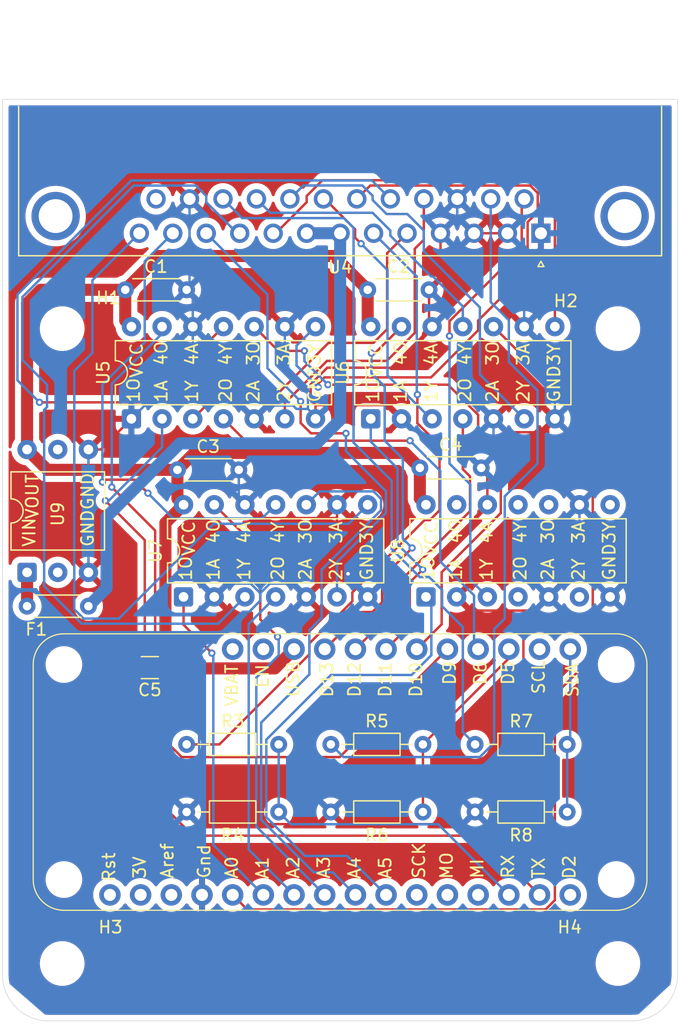
<source format=kicad_pcb>
(kicad_pcb (version 20241229) (generator "pcbnew") (generator_version "9.0")
  (layers (0 "F.Cu" signal) (2 "B.Cu" signal) (13 "F.Paste" user) (15 "B.Paste" user) (5 "F.SilkS" user "F.Silkscreen") (7 "B.SilkS" user "B.Silkscreen") (1 "F.Mask" user) (3 "B.Mask" user) (25 "Edge.Cuts" user))
  (net 0 "")
  (net 1 "/VCC_KB_5V")
  (net 2 "Net-(U9-VIN)")
  (net 3 "/CTRL")
  (net 4 "/RX")
  (net 5 "/D5")
  (net 6 "/M1_COM")
  (net 7 "/M2_COM")
  (net 8 "/SDA")
  (net 9 "/KSD")
  (net 10 "/M1_RIGHT")
  (net 11 "/M1_TRIG1")
  (net 12 "/M1_FWD")
  (net 13 "/M1_LEFT")
  (net 14 "/M1_BACK")
  (net 16 "/M1_TRIG2")
  (net 17 "/M2_TRIG2")
  (net 18 "/M2_LEFT")
  (net 19 "/M2_FWD")
  (net 20 "/M2_BACK")
  (net 21 "/M2_TRIG1")
  (net 22 "/M2_RIGHT")
  (net 23 "/D6")
  (net 24 "/D10")
  (net 25 "/TX")
  (net 26 "/D9")
  (net 27 "/A0")
  (net 28 "/D11")
  (net 29 "/D13")
  (net 30 "/D12")
  (net 31 "/A1")
  (net 32 "/A4")
  (net 33 "/A2")
  (net 34 "GND")
  (net 35 "/A3")
  (net 36 "/VCC_5V")
  (net 38 "/A5")
  (footprint "Resistor_THT:R_Axial_DIN0204_L3.6mm_D1.6mm_P7.62mm_Horizontal" (layer "F.Cu") (at 106.426 93.472 180)
    (property "Reference" "R8")
    (property "Value" "R20K")
  )
  (footprint "Resistor_THT:R_Axial_DIN0204_L3.6mm_D1.6mm_P7.62mm_Horizontal" (layer "F.Cu") (at 86.868 87.884)
    (property "Reference" "R5")
    (property "Value" "R10K")
  )
  (footprint "Local_Footprint:SN74AHCT125N DIP-14_W7.62mm" (layer "F.Cu") (at 74.676 75.687 90)
    (property "Reference" "U7")
    (property "Value" "SN74AHCT125N")
  )
  (footprint "Resistor_THT:R_Axial_DIN0204_L3.6mm_D1.6mm_P7.62mm_Horizontal" (layer "F.Cu") (at 74.93 87.884)
    (property "Reference" "R3")
    (property "Value" "R10K")
  )
  (footprint "Resistor_THT:R_Axial_DIN0204_L3.6mm_D1.6mm_P5.08mm_Horizontal" (layer "F.Cu") (at 66.802 76.454 180)
    (property "Reference" "F1")
    (property "Value" "Polyfuse")
  )
  (footprint "Resistor_THT:R_Axial_DIN0204_L3.6mm_D1.6mm_P7.62mm_Horizontal" (layer "F.Cu") (at 82.55 93.472 180)
    (property "Reference" "R4")
    (property "Value" "R20K")
  )
  (footprint "Resistor_THT:R_Axial_DIN0204_L3.6mm_D1.6mm_P5.08mm_Horizontal" (layer "F.Cu") (at 69.85 50.292)
    (property "Reference" "C1")
    (property "Value" "0.1μF")
  )
  (footprint "Local_Footprint:Pololu_DIP-6_W10.16mm" (layer "F.Cu") (at 61.722 73.66 90)
    (property "Reference" "U9")
    (property "Value" "Pololu")
  )
  (footprint "Resistor_THT:R_Axial_DIN0204_L3.6mm_D1.6mm_P5.08mm_Horizontal" (layer "F.Cu") (at 74.168 65.181)
    (property "Reference" "C3")
    (property "Value" "0.1μF")
  )
  (footprint "Resistor_THT:R_Axial_DIN0204_L3.6mm_D1.6mm_P5.08mm_Horizontal" (layer "F.Cu") (at 89.916 50.292)
    (property "Reference" "C2")
    (property "Value" "0.1μF")
  )
  (footprint "Local_Footprint:MountingHole_3.2mm_M3" (layer "F.Cu") (at 64.63 53.502)
    (property "Reference" "H1")
    (property "Value" "MountingHole")
  )
  (footprint "Resistor_THT:R_Axial_DIN0204_L3.6mm_D1.6mm_P7.62mm_Horizontal" (layer "F.Cu") (at 98.806 87.884)
    (property "Reference" "R7")
    (property "Value" "R10K")
  )
  (footprint "Local_Footprint:Adafruit Feather nRF52840 Express" (layer "F.Cu") (at 110.49 81.28)
    (property "Reference" "U10" (hide yes))
    (property "Value" "Adafruit_Feather_nRF52840_Express" (hide yes))
  )
  (footprint "Local_Footprint:MountingHole_3.2mm_M3" (layer "F.Cu") (at 110.63 53.502)
    (property "Reference" "H2")
    (property "Value" "MountingHole")
  )
  (footprint "Local_Footprint:SN74AHCT125N DIP-14_W7.62mm" (layer "F.Cu") (at 70.358 60.96 90)
    (property "Reference" "U5")
    (property "Value" "SN74AHCT125N")
  )
  (footprint "Local_Footprint:DSUB-25_Pins_Horizontal_P2.77x2.84mm_EdgePinOffset7.70mm_Housed_MountingHolesOffset9.12mm" (layer "F.Cu") (at 104.255 45.616 180)
    (property "Reference" "U4")
    (property "Value" "DSUB25_TOWNS")
  )
  (footprint "Local_Footprint:SN74AHCT125N DIP-14_W7.62mm" (layer "F.Cu") (at 94.742 75.687 90)
    (property "Reference" "U8")
    (property "Value" "SN74AHCT125N")
  )
  (footprint "Resistor_THT:R_Axial_DIN0204_L3.6mm_D1.6mm_P5.08mm_Horizontal" (layer "F.Cu") (at 94.234 65.019)
    (property "Reference" "C4")
    (property "Value" "0.1μF")
  )
  (footprint "Local_Footprint:MountingHole_3.2mm_M3" (layer "F.Cu") (at 110.63 106.002)
    (property "Reference" "H4")
    (property "Value" "MountingHole")
  )
  (footprint "Local_Footprint:MountingHole_3.2mm_M3" (layer "F.Cu") (at 64.63 106.002)
    (property "Reference" "H3")
    (property "Value" "MountingHole")
  )
  (footprint "Local_Footprint:SN74AHCT125N DIP-14_W7.62mm" (layer "F.Cu") (at 90.17 60.96 90)
    (property "Reference" "U6")
    (property "Value" "SN74AHCT125N")
  )
  (footprint "Local_Footprint:CIP_CAPACITOR_C_1206_3216Metric_Pad1.33x1.80mm_HandSolder" (layer "F.Cu") (at 71.882 81.534 180)
    (property "Reference" "C5")
    (property "Value" "10µF")
  )
  (footprint "Resistor_THT:R_Axial_DIN0204_L3.6mm_D1.6mm_P7.62mm_Horizontal" (layer "F.Cu") (at 94.488 93.472 180)
    (property "Reference" "R6")
    (property "Value" "R20K")
  )
  (gr_line (start 115.57 34.544) (end 59.69 34.544) (stroke (width 0.05)) (layer "Edge.Cuts"))
  (gr_line (start 115.57 106.934) (end 115.57 34.544) (stroke (width 0.05)) (layer "Edge.Cuts"))
  (gr_line (start 59.69 34.544) (end 59.69 106.934) (stroke (width 0.05)) (layer "Edge.Cuts"))
  (gr_arc (start 63.5 110.744) (mid 60.805923 109.628077) (end 59.69 106.934) (stroke (width 0.05)) (layer "Edge.Cuts"))
  (gr_arc (start 115.57 106.934) (mid 114.454077 109.628077) (end 111.76 110.744) (stroke (width 0.05)) (layer "Edge.Cuts"))
  (gr_line (start 111.76 110.744) (end 63.5 110.744) (stroke (width 0.05)) (layer "Edge.Cuts"))
  (segment (start 74.3757 62.992) (end 68.303 69.0647) (width 1) (layer "B.Cu") (net 1))
  (segment (start 87.635 45.616) (end 87.635 61.0457) (width 1) (layer "B.Cu") (net 1))
  (segment (start 68.303 69.0647) (end 68.303 74.953) (width 1) (layer "B.Cu") (net 1))
  (segment (start 68.303 74.953) (end 66.802 76.454) (width 1) (layer "B.Cu") (net 1))
  (segment (start 85.6887 62.992) (end 74.3757 62.992) (width 1) (layer "B.Cu") (net 1))
  (segment (start 87.635 45.616) (end 84.865 45.616) (width 1) (layer "B.Cu") (net 1))
  (segment (start 87.635 61.0457) (end 85.6887 62.992) (width 1) (layer "B.Cu") (net 1))
  (segment (start 61.722 76.454) (end 61.722 73.66) (width 1) (layer "F.Cu") (net 2))
  (segment (start 77.6425 87.884) (end 85.09 80.4365) (width 0.2) (layer "F.Cu") (net 3))
  (segment (start 88.646 76.0479) (end 88.646 75.3136) (width 0.2) (layer "F.Cu") (net 3))
  (segment (start 85.09 80.4365) (end 85.09 79.5289) (width 0.2) (layer "F.Cu") (net 3))
  (segment (start 87.4481 77.1708) (end 87.5231 77.1708) (width 0.2) (layer "F.Cu") (net 3))
  (segment (start 74.93 87.884) (end 77.6425 87.884) (width 0.2) (layer "F.Cu") (net 3))
  (segment (start 95.8612 68.5328) (end 95.8612 63.1587) (width 0.2) (layer "F.Cu") (net 3))
  (segment (start 88.646 75.3136) (end 94.6223 69.3373) (width 0.2) (layer "F.Cu") (net 3))
  (segment (start 95.8612 63.1587) (end 94.0277 61.3252) (width 0.2) (layer "F.Cu") (net 3))
  (segment (start 87.5231 77.1708) (end 88.646 76.0479) (width 0.2) (layer "F.Cu") (net 3))
  (segment (start 85.09 79.5289) (end 87.4481 77.1708) (width 0.2) (layer "F.Cu") (net 3))
  (segment (start 95.0567 69.3373) (end 95.8612 68.5328) (width 0.2) (layer "F.Cu") (net 3))
  (segment (start 94.0277 61.3252) (end 94.0277 58.9587) (width 0.2) (layer "F.Cu") (net 3))
  (segment (start 94.6223 69.3373) (end 95.0567 69.3373) (width 0.2) (layer "F.Cu") (net 3))
  (via (at 94.0277 58.9587) (size 0.6) (drill 0.3) (layers "F.Cu" "B.Cu") (net 3))
  (segment (start 93.98 49.191) (end 93.98 58.911) (width 0.2) (layer "B.Cu") (net 3))
  (segment (start 93.98 58.911) (end 94.0277 58.9587) (width 0.2) (layer "B.Cu") (net 3))
  (segment (start 90.405 45.616) (end 93.98 49.191) (width 0.2) (layer "B.Cu") (net 3))
  (segment (start 82.55 87.884) (end 82.55 93.472) (width 0.2) (layer "B.Cu") (net 4))
  (segment (start 101.6 100.33) (end 95.7557 94.4857) (width 0.2) (layer "B.Cu") (net 4))
  (segment (start 95.7557 94.4857) (end 83.5637 94.4857) (width 0.2) (layer "B.Cu") (net 4))
  (segment (start 83.5637 94.4857) (end 82.55 93.472) (width 0.2) (layer "B.Cu") (net 4))
  (segment (start 94.488 93.472) (end 94.488 87.884) (width 0.2) (layer "F.Cu") (net 5))
  (segment (start 94.488 87.884) (end 101.6 80.772) (width 0.2) (layer "F.Cu") (net 5))
  (segment (start 101.6 80.772) (end 101.6 80.01) (width 0.2) (layer "F.Cu") (net 5))
  (segment (start 100.3882 78.353) (end 100.3882 87.7412) (width 0.2) (layer "B.Cu") (net 6))
  (segment (start 101.5985 52.8085) (end 101.5985 56.2495) (width 0.2) (layer "B.Cu") (net 6))
  (segment (start 100.3882 87.7412) (end 99.1977 88.9317) (width 0.2) (layer "B.Cu") (net 6))
  (segment (start 101.2589 67.3701) (end 101.2589 77.4823) (width 0.2) (layer "B.Cu") (net 6))
  (segment (start 100.1 42.776) (end 100.1 51.31) (width 0.2) (layer "B.Cu") (net 6))
  (segment (start 101.2589 77.4823) (end 100.3882 78.353) (width 0.2) (layer "B.Cu") (net 6))
  (segment (start 103.9747 58.6257) (end 103.9747 64.6543) (width 0.2) (layer "B.Cu") (net 6))
  (segment (start 87.9157 88.9317) (end 86.868 87.884) (width 0.2) (layer "B.Cu") (net 6))
  (segment (start 99.1977 88.9317) (end 87.9157 88.9317) (width 0.2) (layer "B.Cu") (net 6))
  (segment (start 103.9747 64.6543) (end 101.2589 67.3701) (width 0.2) (layer "B.Cu") (net 6))
  (segment (start 100.1 51.31) (end 101.5985 52.8085) (width 0.2) (layer "B.Cu") (net 6))
  (segment (start 101.5985 56.2495) (end 103.9747 58.6257) (width 0.2) (layer "B.Cu") (net 6))
  (segment (start 88.7464 62.9292) (end 91.9041 66.0869) (width 0.2) (layer "B.Cu") (net 7))
  (segment (start 91.9041 66.0869) (end 91.9041 71.7239) (width 0.2) (layer "B.Cu") (net 7))
  (segment (start 96.076 76.4604) (end 97.79 78.1744) (width 0.2) (layer "B.Cu") (net 7))
  (segment (start 77.94 42.776) (end 79.5268 44.3628) (width 0.2) (layer "B.Cu") (net 7))
  (segment (start 97.79 78.1744) (end 97.79 86.868) (width 0.2) (layer "B.Cu") (net 7))
  (segment (start 87.94 44.3628) (end 88.7464 45.1692) (width 0.2) (layer "B.Cu") (net 7))
  (segment (start 79.5268 44.3628) (end 87.94 44.3628) (width 0.2) (layer "B.Cu") (net 7))
  (segment (start 97.79 86.868) (end 98.806 87.884) (width 0.2) (layer "B.Cu") (net 7))
  (segment (start 88.7464 45.1692) (end 88.7464 62.9292) (width 0.2) (layer "B.Cu") (net 7))
  (segment (start 91.9041 71.7239) (end 94.2284 74.0482) (width 0.2) (layer "B.Cu") (net 7))
  (segment (start 94.2284 74.0482) (end 95.009 74.0482) (width 0.2) (layer "B.Cu") (net 7))
  (segment (start 96.076 75.1152) (end 96.076 76.4604) (width 0.2) (layer "B.Cu") (net 7))
  (segment (start 95.009 74.0482) (end 96.076 75.1152) (width 0.2) (layer "B.Cu") (net 7))
  (segment (start 106.68 87.63) (end 106.68 80.01) (width 0.2) (layer "B.Cu") (net 8))
  (segment (start 106.426 87.884) (end 106.426 93.472) (width 0.2) (layer "B.Cu") (net 8))
  (segment (start 106.426 87.884) (end 106.68 87.63) (width 0.2) (layer "B.Cu") (net 8))
  (segment (start 91.5249 53.5485) (end 90.3928 54.6806) (width 0.2) (layer "F.Cu") (net 9))
  (segment (start 82.2536 59.0986) (end 77.2994 59.0986) (width 0.2) (layer "F.Cu") (net 9))
  (segment (start 91.5249 47.2661) (end 91.5249 53.5485) (width 0.2) (layer "F.Cu") (net 9))
  (segment (start 86.6716 54.6806) (end 82.2536 59.0986) (width 0.2) (layer "F.Cu") (net 9))
  (segment (start 93.175 45.616) (end 91.5249 47.2661) (width 0.2) (layer "F.Cu") (net 9))
  (segment (start 90.3928 54.6806) (end 86.6716 54.6806) (width 0.2) (layer "F.Cu") (net 9))
  (segment (start 77.2994 59.0986) (end 75.438 60.96) (width 0.2) (layer "F.Cu") (net 9))
  (segment (start 71.7244 67.1094) (end 70.61 65.995) (width 0.2) (layer "F.Cu") (net 10))
  (segment (start 68.1555 65.995) (end 67.9578 66.1927) (width 0.2) (layer "F.Cu") (net 10))
  (segment (start 70.61 65.995) (end 68.1555 65.995) (width 0.2) (layer "F.Cu") (net 10))
  (via (at 67.9578 66.1927) (size 0.6) (drill 0.3) (layers "F.Cu" "B.Cu") (net 10))
  (via (at 71.7244 67.1094) (size 0.6) (drill 0.3) (layers "F.Cu" "B.Cu") (net 10))
  (segment (start 71.4597 54.6369) (end 67.9578 58.1388) (width 0.2) (layer "B.Cu") (net 10))
  (segment (start 73.8181 69.2031) (end 71.7244 67.1094) (width 0.2) (layer "B.Cu") (net 10))
  (segment (start 71.4597 47.9413) (end 71.4597 54.6369) (width 0.2) (layer "B.Cu") (net 10))
  (segment (start 67.9578 58.1388) (end 67.9578 66.1927) (width 0.2) (layer "B.Cu") (net 10))
  (segment (start 81.1599 69.2031) (end 73.8181 69.2031) (width 0.2) (layer "B.Cu") (net 10))
  (segment (start 73.785 45.616) (end 71.4597 47.9413) (width 0.2) (layer "B.Cu") (net 10))
  (segment (start 82.296 68.067) (end 81.1599 69.2031) (width 0.2) (layer "B.Cu") (net 10))
  (segment (start 69.3283 77.479) (end 66.3966 77.479) (width 0.2) (layer "B.Cu") (net 11))
  (segment (start 67.1295 49.5015) (end 71.015 45.616) (width 0.2) (layer "B.Cu") (net 11))
  (segment (start 65.63 76.7124) (end 65.63 57.002) (width 0.2) (layer "B.Cu") (net 11))
  (segment (start 67.13 54.0642) (end 67.1295 54.0637) (width 0.2) (layer "B.Cu") (net 11))
  (segment (start 77.1666 69.6407) (end 69.3283 77.479) (width 0.2) (layer "B.Cu") (net 11))
  (segment (start 67.13 55.502) (end 67.13 54.0642) (width 0.2) (layer "B.Cu") (net 11))
  (segment (start 67.1295 54.0637) (end 67.1295 49.5015) (width 0.2) (layer "B.Cu") (net 11))
  (segment (start 66.3966 77.479) (end 65.63 76.7124) (width 0.2) (layer "B.Cu") (net 11))
  (segment (start 89.916 68.067) (end 88.3423 69.6407) (width 0.2) (layer "B.Cu") (net 11))
  (segment (start 88.3423 69.6407) (end 77.1666 69.6407) (width 0.2) (layer "B.Cu") (net 11))
  (segment (start 65.63 57.002) (end 67.13 55.502) (width 0.2) (layer "B.Cu") (net 11))
  (segment (start 84.8651 42.5346) (end 86.1652 41.2345) (width 0.2) (layer "F.Cu") (net 12))
  (segment (start 84.8651 43.0498) (end 84.8651 42.5346) (width 0.2) (layer "F.Cu") (net 12))
  (segment (start 86.1652 41.2345) (end 103.5414 41.2345) (width 0.2) (layer "F.Cu") (net 12))
  (segment (start 82.095 45.616) (end 82.2989 45.616) (width 0.2) (layer "F.Cu") (net 12))
  (segment (start 82.2989 45.616) (end 84.8651 43.0498) (width 0.2) (layer "F.Cu") (net 12))
  (segment (start 103.5414 41.2345) (end 105.41 43.1031) (width 0.2) (layer "F.Cu") (net 12))
  (segment (start 105.41 43.1031) (end 105.41 53.34) (width 0.2) (layer "F.Cu") (net 12))
  (segment (start 85.2216 62.1598) (end 88.1144 62.1598) (width 0.2) (layer "F.Cu") (net 13))
  (segment (start 84.3657 59.5216) (end 84.3657 61.3039) (width 0.2) (layer "F.Cu") (net 13))
  (segment (start 84.3657 61.3039) (end 85.2216 62.1598) (width 0.2) (layer "F.Cu") (net 13))
  (via (at 84.3657 59.5216) (size 0.6) (drill 0.3) (layers "F.Cu" "B.Cu") (net 13))
  (via (at 88.1144 62.1598) (size 0.6) (drill 0.3) (layers "F.Cu" "B.Cu") (net 13))
  (segment (start 81.6197 56.7756) (end 84.3657 59.5216) (width 0.2) (layer "B.Cu") (net 13))
  (segment (start 91.4276 66.9451) (end 88.1144 63.6319) (width 0.2) (layer "B.Cu") (net 13))
  (segment (start 76.555 45.616) (end 81.6197 50.6807) (width 0.2) (layer "B.Cu") (net 13))
  (segment (start 87.376 75.687) (end 87.376 72.7969) (width 0.2) (layer "B.Cu") (net 13))
  (segment (start 91.4276 68.7453) (end 91.4276 66.9451) (width 0.2) (layer "B.Cu") (net 13))
  (segment (start 87.376 72.7969) (end 91.4276 68.7453) (width 0.2) (layer "B.Cu") (net 13))
  (segment (start 88.1144 63.6319) (end 88.1144 62.1598) (width 0.2) (layer "B.Cu") (net 13))
  (segment (start 81.6197 50.6807) (end 81.6197 56.7756) (width 0.2) (layer "B.Cu") (net 13))
  (segment (start 63.3747 59.9858) (end 63.1357 60.2248) (width 0.2) (layer "B.Cu") (net 14))
  (segment (start 76.5551 43.05) (end 76.5551 42.5347) (width 0.2) (layer "B.Cu") (net 14))
  (segment (start 66.2401 77.904) (end 77.539 77.904) (width 0.2) (layer "B.Cu") (net 14))
  (segment (start 79.1211 45.616) (end 76.5551 43.05) (width 0.2) (layer "B.Cu") (net 14))
  (segment (start 70.5522 41.6706) (end 61.3383 50.8845) (width 0.2) (layer "B.Cu") (net 14))
  (segment (start 77.539 77.904) (end 79.756 75.687) (width 0.2) (layer "B.Cu") (net 14))
  (segment (start 75.691 41.6706) (end 70.5522 41.6706) (width 0.2) (layer "B.Cu") (net 14))
  (segment (start 61.3383 50.8845) (end 61.3383 56.1048) (width 0.2) (layer "B.Cu") (net 14))
  (segment (start 63.3747 58.1412) (end 63.3747 59.9858) (width 0.2) (layer "B.Cu") (net 14))
  (segment (start 63.1357 60.2248) (end 63.1357 74.7996) (width 0.2) (layer "B.Cu") (net 14))
  (segment (start 63.1357 74.7996) (end 66.2401 77.904) (width 0.2) (layer "B.Cu") (net 14))
  (segment (start 79.325 45.616) (end 79.1211 45.616) (width 0.2) (layer "B.Cu") (net 14))
  (segment (start 76.5551 42.5347) (end 75.691 41.6706) (width 0.2) (layer "B.Cu") (net 14))
  (segment (start 61.3383 56.1048) (end 63.3747 58.1412) (width 0.2) (layer "B.Cu") (net 14))
  (segment (start 102.6661 42.9799) (end 102.6661 46.9059) (width 0.2) (layer "F.Cu") (net 16))
  (segment (start 102.87 42.776) (end 102.6661 42.9799) (width 0.2) (layer "F.Cu") (net 16))
  (segment (start 96.6883 52.8837) (end 96.6883 54.11) (width 0.2) (layer "F.Cu") (net 16))
  (segment (start 102.6661 46.9059) (end 96.6883 52.8837) (width 0.2) (layer "F.Cu") (net 16))
  (via (at 96.6883 54.11) (size 0.6) (drill 0.3) (layers "F.Cu" "B.Cu") (net 16))
  (segment (start 98.4105 74.2755) (end 98.4105 66.3845) (width 0.2) (layer "B.Cu") (net 16))
  (segment (start 96.6883 64.6623) (end 96.6883 54.11) (width 0.2) (layer "B.Cu") (net 16))
  (segment (start 99.822 75.687) (end 98.4105 74.2755) (width 0.2) (layer "B.Cu") (net 16))
  (segment (start 98.4105 66.3845) (end 96.6883 64.6623) (width 0.2) (layer "B.Cu") (net 16))
  (segment (start 91.79 45.8131) (end 91.79 45.3906) (width 0.2) (layer "B.Cu") (net 17))
  (segment (start 91.79 45.3906) (end 90.3231 43.9237) (width 0.2) (layer "B.Cu") (net 17))
  (segment (start 97.79 51.6642) (end 95.2958 49.17) (width 0.2) (layer "B.Cu") (net 17))
  (segment (start 97.79 53.34) (end 97.79 51.6642) (width 0.2) (layer "B.Cu") (net 17))
  (segment (start 90.3231 43.9237) (end 81.8577 43.9237) (width 0.2) (layer "B.Cu") (net 17))
  (segment (start 95.1469 49.17) (end 91.79 45.8131) (width 0.2) (layer "B.Cu") (net 17))
  (segment (start 81.8577 43.9237) (end 80.71 42.776) (width 0.2) (layer "B.Cu") (net 17))
  (segment (start 95.2958 49.17) (end 95.1469 49.17) (width 0.2) (layer "B.Cu") (net 17))
  (segment (start 95.1627 57.5362) (end 86.3384 57.5362) (width 0.2) (layer "F.Cu") (net 18))
  (segment (start 85.8171 58.0575) (end 85.8171 58.3407) (width 0.2) (layer "F.Cu") (net 18))
  (segment (start 90.1281 41.6679) (end 103.373 41.6679) (width 0.2) (layer "F.Cu") (net 18))
  (segment (start 86.3384 57.5362) (end 85.8171 58.0575) (width 0.2) (layer "F.Cu") (net 18))
  (segment (start 89.02 42.776) (end 90.1281 41.6679) (width 0.2) (layer "F.Cu") (net 18))
  (segment (start 103.9915 43.8528) (end 103.1533 44.691) (width 0.2) (layer "F.Cu") (net 18))
  (segment (start 103.1533 48.7423) (end 99.06 52.8356) (width 0.2) (layer "F.Cu") (net 18))
  (segment (start 103.373 41.6679) (end 103.9915 42.2864) (width 0.2) (layer "F.Cu") (net 18))
  (segment (start 99.06 52.8356) (end 99.06 53.6389) (width 0.2) (layer "F.Cu") (net 18))
  (segment (start 103.9915 42.2864) (end 103.9915 43.8528) (width 0.2) (layer "F.Cu") (net 18))
  (segment (start 99.06 53.6389) (end 95.1627 57.5362) (width 0.2) (layer "F.Cu") (net 18))
  (segment (start 103.1533 44.691) (end 103.1533 48.7423) (width 0.2) (layer "F.Cu") (net 18))
  (via (at 85.8171 58.3407) (size 0.6) (drill 0.3) (layers "F.Cu" "B.Cu") (net 18))
  (segment (start 84.0253 56.5489) (end 85.8171 58.3407) (width 0.2) (layer "B.Cu") (net 18))
  (segment (start 85.598 53.34) (end 84.0253 54.9127) (width 0.2) (layer "B.Cu") (net 18))
  (segment (start 84.0253 54.9127) (end 84.0253 56.5489) (width 0.2) (layer "B.Cu") (net 18))
  (segment (start 93.8117 46.9003) (end 93.8117 53.8558) (width 0.2) (layer "F.Cu") (net 19))
  (segment (start 91.4997 56.1678) (end 86.5513 56.1678) (width 0.2) (layer "F.Cu") (net 19))
  (segment (start 94.56 46.152) (end 93.8117 46.9003) (width 0.2) (layer "F.Cu") (net 19))
  (segment (start 93.8117 53.8558) (end 91.4997 56.1678) (width 0.2) (layer "F.Cu") (net 19))
  (segment (start 83.058 59.6611) (end 83.058 60.96) (width 0.2) (layer "F.Cu") (net 19))
  (segment (start 86.5513 56.1678) (end 83.058 59.6611) (width 0.2) (layer "F.Cu") (net 19))
  (segment (start 94.56 42.776) (end 94.56 46.152) (width 0.2) (layer "F.Cu") (net 19))
  (segment (start 62.7488 59.5985) (end 71.7195 59.5985) (width 0.2) (layer "F.Cu") (net 20))
  (segment (start 71.7195 59.5985) (end 77.978 53.34) (width 0.2) (layer "F.Cu") (net 20))
  (via (at 62.7488 59.5985) (size 0.6) (drill 0.3) (layers "F.Cu" "B.Cu") (net 20))
  (segment (start 91.79 42.776) (end 90.263 41.249) (width 0.2) (layer "B.Cu") (net 20))
  (segment (start 60.925 57.7747) (end 62.7488 59.5985) (width 0.2) (layer "B.Cu") (net 20))
  (segment (start 70.3534 41.249) (end 60.925 50.6774) (width 0.2) (layer "B.Cu") (net 20))
  (segment (start 90.263 41.249) (end 70.3534 41.249) (width 0.2) (layer "B.Cu") (net 20))
  (segment (start 60.925 50.6774) (end 60.925 57.7747) (width 0.2) (layer "B.Cu") (net 20))
  (segment (start 89.4721 41.6652) (end 90.3258 42.5189) (width 0.2) (layer "B.Cu") (net 21))
  (segment (start 83.48 42.776) (end 84.5908 41.6652) (width 0.2) (layer "B.Cu") (net 21))
  (segment (start 94.5601 47.1023) (end 99.2016 51.7438) (width 0.2) (layer "B.Cu") (net 21))
  (segment (start 93.1997 44.0265) (end 94.5601 45.3869) (width 0.2) (layer "B.Cu") (net 21))
  (segment (start 91.4815 44.0265) (end 93.1997 44.0265) (width 0.2) (layer "B.Cu") (net 21))
  (segment (start 94.5601 45.3869) (end 94.5601 47.1023) (width 0.2) (layer "B.Cu") (net 21))
  (segment (start 90.3258 42.5189) (end 90.3258 42.8708) (width 0.2) (layer "B.Cu") (net 21))
  (segment (start 90.3258 42.8708) (end 91.4815 44.0265) (width 0.2) (layer "B.Cu") (net 21))
  (segment (start 99.2016 51.7438) (end 99.2016 57.2916) (width 0.2) (layer "B.Cu") (net 21))
  (segment (start 84.5908 41.6652) (end 89.4721 41.6652) (width 0.2) (layer "B.Cu") (net 21))
  (segment (start 99.2016 57.2916) (end 102.87 60.96) (width 0.2) (layer "B.Cu") (net 21))
  (segment (start 86.25 42.776) (end 86.3636 42.776) (width 0.2) (layer "F.Cu") (net 22))
  (segment (start 86.3636 42.776) (end 88.8776 45.29) (width 0.2) (layer "F.Cu") (net 22))
  (segment (start 88.8776 45.9857) (end 89.3703 46.4784) (width 0.2) (layer "F.Cu") (net 22))
  (segment (start 88.8776 45.29) (end 88.8776 45.9857) (width 0.2) (layer "F.Cu") (net 22))
  (via (at 89.3703 46.4784) (size 0.6) (drill 0.3) (layers "F.Cu" "B.Cu") (net 22))
  (segment (start 95.25 60.96) (end 95.1447 60.96) (width 0.2) (layer "B.Cu") (net 22))
  (segment (start 91.5578 57.3731) (end 91.5578 48.6659) (width 0.2) (layer "B.Cu") (net 22))
  (segment (start 95.1447 60.96) (end 91.5578 57.3731) (width 0.2) (layer "B.Cu") (net 22))
  (segment (start 91.5578 48.6659) (end 89.3703 46.4784) (width 0.2) (layer "B.Cu") (net 22))
  (segment (start 79.7884 62.7704) (end 93.4196 62.7704) (width 0.2) (layer "F.Cu") (net 23))
  (segment (start 77.978 60.96) (end 79.7884 62.7704) (width 0.2) (layer "F.Cu") (net 23))
  (via (at 93.4196 62.7704) (size 0.6) (drill 0.3) (layers "F.Cu" "B.Cu") (net 23))
  (segment (start 95.924 72.7642) (end 95.924 65.2748) (width 0.2) (layer "B.Cu") (net 23))
  (segment (start 98.7203 79.6703) (end 98.7203 75.5605) (width 0.2) (layer "B.Cu") (net 23))
  (segment (start 99.06 80.01) (end 98.7203 79.6703) (width 0.2) (layer "B.Cu") (net 23))
  (segment (start 98.7203 75.5605) (end 95.924 72.7642) (width 0.2) (layer "B.Cu") (net 23))
  (segment (start 95.924 65.2748) (end 93.4196 62.7704) (width 0.2) (layer "B.Cu") (net 23))
  (segment (start 100.9346 64.4806) (end 99.06 62.606) (width 0.2) (layer "F.Cu") (net 24))
  (segment (start 96.039 77.951) (end 96.039 73.65) (width 0.2) (layer "F.Cu") (net 24))
  (segment (start 99.06 60.6356) (end 96.5623 58.1379) (width 0.2) (layer "F.Cu") (net 24))
  (segment (start 99.06 62.606) (end 99.06 60.6356) (width 0.2) (layer "F.Cu") (net 24))
  (segment (start 96.039 73.65) (end 100.9346 68.7544) (width 0.2) (layer "F.Cu") (net 24))
  (segment (start 96.5623 58.1379) (end 86.626 58.1379) (width 0.2) (layer "F.Cu") (net 24))
  (segment (start 100.9346 68.7544) (end 100.9346 64.4806) (width 0.2) (layer "F.Cu") (net 24))
  (segment (start 93.98 80.01) (end 96.039 77.951) (width 0.2) (layer "F.Cu") (net 24))
  (segment (start 84.6786 55.3416) (end 82.5196 55.3416) (width 0.2) (layer "F.Cu") (net 24))
  (segment (start 82.5196 55.3416) (end 80.518 53.34) (width 0.2) (layer "F.Cu") (net 24))
  (via (at 84.6786 55.3416) (size 0.6) (drill 0.3) (layers "F.Cu" "B.Cu") (net 24))
  (via (at 86.626 58.1379) (size 0.6) (drill 0.3) (layers "F.Cu" "B.Cu") (net 24))
  (segment (start 84.6786 55.3416) (end 84.6786 56.1905) (width 0.2) (layer "B.Cu") (net 24))
  (segment (start 84.6786 56.1905) (end 86.626 58.1379) (width 0.2) (layer "B.Cu") (net 24))
  (segment (start 71.4634 70.9905) (end 68.2047 67.7318) (width 0.2) (layer "F.Cu") (net 25))
  (segment (start 99.2412 95.4312) (end 75.4493 95.4312) (width 0.2) (layer "F.Cu") (net 25))
  (segment (start 104.14 100.33) (end 99.2412 95.4312) (width 0.2) (layer "F.Cu") (net 25))
  (segment (start 75.4493 95.4312) (end 71.4634 91.4453) (width 0.2) (layer "F.Cu") (net 25))
  (segment (start 71.4634 91.4453) (end 71.4634 70.9905) (width 0.2) (layer "F.Cu") (net 25))
  (via (at 68.2047 67.7318) (size 0.6) (drill 0.3) (layers "F.Cu" "B.Cu") (net 25))
  (segment (start 68.2047 67.7318) (end 68.4827 67.7318) (width 0.2) (layer "B.Cu") (net 25))
  (segment (start 68.4827 67.7318) (end 72.898 63.3165) (width 0.2) (layer "B.Cu") (net 25))
  (segment (start 72.898 63.3165) (end 72.898 60.96) (width 0.2) (layer "B.Cu") (net 25))
  (segment (start 72.3241 86.7344) (end 72.3241 70.2012) (width 0.2) (layer "F.Cu") (net 26))
  (segment (start 87.5975 88.9325) (end 74.5222 88.9325) (width 0.2) (layer "F.Cu") (net 26))
  (segment (start 72.3241 70.2012) (end 68.7335 66.6106) (width 0.2) (layer "F.Cu") (net 26))
  (segment (start 74.5222 88.9325) (end 72.3241 86.7344) (width 0.2) (layer "F.Cu") (net 26))
  (segment (start 96.52 80.01) (end 87.5975 88.9325) (width 0.2) (layer "F.Cu") (net 26))
  (via (at 68.7335 66.6106) (size 0.6) (drill 0.3) (layers "F.Cu" "B.Cu") (net 26))
  (segment (start 68.7335 58.0724) (end 68.7335 66.6106) (width 0.2) (layer "B.Cu") (net 26))
  (segment (start 72.898 53.34) (end 72.898 53.9079) (width 0.2) (layer "B.Cu") (net 26))
  (segment (start 72.898 53.9079) (end 68.7335 58.0724) (width 0.2) (layer "B.Cu") (net 26))
  (segment (start 104.6351 101.5365) (end 105.41 100.7616) (width 0.2) (layer "F.Cu") (net 27))
  (segment (start 105.41 100.7616) (end 105.41 83.7837) (width 0.2) (layer "F.Cu") (net 27))
  (segment (start 108.5465 80.6472) (end 108.5465 61.5565) (width 0.2) (layer "F.Cu") (net 27))
  (segment (start 79.9465 101.5365) (end 104.6351 101.5365) (width 0.2) (layer "F.Cu") (net 27))
  (segment (start 108.5465 61.5565) (end 100.33 53.34) (width 0.2) (layer "F.Cu") (net 27))
  (segment (start 105.41 83.7837) (end 108.5465 80.6472) (width 0.2) (layer "F.Cu") (net 27))
  (segment (start 78.74 100.33) (end 79.9465 101.5365) (width 0.2) (layer "F.Cu") (net 27))
  (segment (start 93.3997 78.0503) (end 93.3997 74.4895) (width 0.2) (layer "F.Cu") (net 28))
  (segment (start 91.44 80.01) (end 93.3997 78.0503) (width 0.2) (layer "F.Cu") (net 28))
  (segment (start 93.3997 74.4895) (end 94.4698 73.4194) (width 0.2) (layer "F.Cu") (net 28))
  (via (at 94.4698 73.4194) (size 0.6) (drill 0.3) (layers "F.Cu" "B.Cu") (net 28))
  (segment (start 92.3835 71.3331) (end 94.4698 73.4194) (width 0.2) (layer "B.Cu") (net 28))
  (segment (start 90.17 62.8506) (end 92.3835 65.0641) (width 0.2) (layer "B.Cu") (net 28))
  (segment (start 92.3835 65.0641) (end 92.3835 71.3331) (width 0.2) (layer "B.Cu") (net 28))
  (segment (start 90.17 60.96) (end 90.17 62.8506) (width 0.2) (layer "B.Cu") (net 28))
  (segment (start 93.592 71.6404) (end 91.1092 74.1232) (width 0.2) (layer "F.Cu") (net 29))
  (segment (start 91.1092 74.1232) (end 91.1092 76.1247) (width 0.2) (layer "F.Cu") (net 29))
  (segment (start 90.2984 76.9355) (end 89.4345 76.9355) (width 0.2) (layer "F.Cu") (net 29))
  (segment (start 91.1092 76.1247) (end 90.2984 76.9355) (width 0.2) (layer "F.Cu") (net 29))
  (segment (start 89.4345 76.9355) (end 86.36 80.01) (width 0.2) (layer "F.Cu") (net 29))
  (segment (start 92.71 53.34) (end 90.5168 55.5332) (width 0.2) (layer "F.Cu") (net 29))
  (segment (start 90.5168 55.5332) (end 90.223 55.5332) (width 0.2) (layer "F.Cu") (net 29))
  (via (at 93.592 71.6404) (size 0.6) (drill 0.3) (layers "F.Cu" "B.Cu") (net 29))
  (via (at 90.223 55.5332) (size 0.6) (drill 0.3) (layers "F.Cu" "B.Cu") (net 29))
  (segment (start 91.323 62.7674) (end 91.323 58.3002) (width 0.2) (layer "B.Cu") (net 29))
  (segment (start 93.592 71.6404) (end 92.8194 70.8678) (width 0.2) (layer "B.Cu") (net 29))
  (segment (start 90.223 57.2002) (end 90.223 55.5332) (width 0.2) (layer "B.Cu") (net 29))
  (segment (start 92.8194 64.2638) (end 91.323 62.7674) (width 0.2) (layer "B.Cu") (net 29))
  (segment (start 91.323 58.3002) (end 90.223 57.2002) (width 0.2) (layer "B.Cu") (net 29))
  (segment (start 92.8194 70.8678) (end 92.8194 64.2638) (width 0.2) (layer "B.Cu") (net 29))
  (segment (start 98.3837 68.603) (end 98.3837 65.7223) (width 0.2) (layer "F.Cu") (net 30))
  (segment (start 97.79 65.1286) (end 97.79 60.96) (width 0.2) (layer "F.Cu") (net 30))
  (segment (start 88.9 80.01) (end 92.5474 76.3626) (width 0.2) (layer "F.Cu") (net 30))
  (segment (start 92.5474 74.4393) (end 98.3837 68.603) (width 0.2) (layer "F.Cu") (net 30))
  (segment (start 98.3837 65.7223) (end 97.79 65.1286) (width 0.2) (layer "F.Cu") (net 30))
  (segment (start 92.5474 76.3626) (end 92.5474 74.4393) (width 0.2) (layer "F.Cu") (net 30))
  (segment (start 74.676 75.687) (end 74.676 77.993) (width 0.2) (layer "F.Cu") (net 31))
  (segment (start 74.676 77.993) (end 77.0194 80.3364) (width 0.2) (layer "F.Cu") (net 31))
  (via (at 77.0194 80.3364) (size 0.6) (drill 0.3) (layers "F.Cu" "B.Cu") (net 31))
  (segment (start 77.1383 80.4552) (end 77.1383 96.1883) (width 0.2) (layer "B.Cu") (net 31))
  (segment (start 77.1383 96.1883) (end 81.28 100.33) (width 0.2) (layer "B.Cu") (net 31))
  (segment (start 77.1382 80.4552) (end 77.1383 80.4552) (width 0.2) (layer "B.Cu") (net 31))
  (segment (start 77.0194 80.3364) (end 77.1382 80.4552) (width 0.2) (layer "B.Cu") (net 31))
  (segment (start 91.0211 68.52) (end 91.0211 67.5778) (width 0.2) (layer "B.Cu") (net 32))
  (segment (start 81.1006 86.0812) (end 85.0899 82.0919) (width 0.2) (layer "B.Cu") (net 32))
  (segment (start 86.106 77.3974) (end 86.106 73.4351) (width 0.2) (layer "B.Cu") (net 32))
  (segment (start 85.4535 98.4662) (end 81.1006 94.1133) (width 0.2) (layer "B.Cu") (net 32))
  (segment (start 87.0362 98.4662) (end 85.4535 98.4662) (width 0.2) (layer "B.Cu") (net 32))
  (segment (start 88.9 100.33) (end 87.0362 98.4662) (width 0.2) (layer "B.Cu") (net 32))
  (segment (start 91.0211 67.5778) (end 90.4065 66.9632) (width 0.2) (layer "B.Cu") (net 32))
  (segment (start 81.1006 94.1133) (end 81.1006 86.0812) (width 0.2) (layer "B.Cu") (net 32))
  (segment (start 90.4065 66.9632) (end 85.9398 66.9632) (width 0.2) (layer "B.Cu") (net 32))
  (segment (start 85.0899 78.4135) (end 86.106 77.3974) (width 0.2) (layer "B.Cu") (net 32))
  (segment (start 85.9398 66.9632) (end 84.836 68.067) (width 0.2) (layer "B.Cu") (net 32))
  (segment (start 85.0899 82.0919) (end 85.0899 78.4135) (width 0.2) (layer "B.Cu") (net 32))
  (segment (start 86.106 73.4351) (end 91.0211 68.52) (width 0.2) (layer "B.Cu") (net 32))
  (segment (start 80.068 96.578) (end 80.068 77.915) (width 0.2) (layer "B.Cu") (net 33))
  (segment (start 83.82 100.33) (end 80.068 96.578) (width 0.2) (layer "B.Cu") (net 33))
  (segment (start 80.068 77.915) (end 82.296 75.687) (width 0.2) (layer "B.Cu") (net 33))
  (segment (start 104.8548 61.5152) (end 104.8548 62.0704) (width 0.2) (layer "F.Cu") (net 34))
  (segment (start 83.82 52.578) (end 83.058 53.34) (width 0.2) (layer "F.Cu") (net 34))
  (segment (start 86.868 93.472) (end 85.8646 94.4754) (width 0.2) (layer "F.Cu") (net 34))
  (segment (start 99.822 65.527) (end 99.822 68.067) (width 0.2) (layer "F.Cu") (net 34))
  (segment (start 87.376 69.1687) (end 87.376 68.067) (width 0.2) (layer "F.Cu") (net 34))
  (segment (start 101.4404 62.0704) (end 100.33 60.96) (width 0.2) (layer "F.Cu") (net 34))
  (segment (start 87.376 73.147) (end 87.6628 73.147) (width 0.2) (layer "F.Cu") (net 34))
  (segment (start 97.7998 94.4782) (end 98.806 93.472) (width 0.2) (layer "F.Cu") (net 34))
  (segment (start 104.8548 62.0704) (end 101.4404 62.0704) (width 0.2) (layer "F.Cu") (net 34))
  (segment (start 94.996 53.086) (end 94.996 50.292) (width 0.2) (layer "F.Cu") (net 34))
  (segment (start 95.25 53.34) (end 94.996 53.086) (width 0.2) (layer "F.Cu") (net 34))
  (segment (start 102.8065 76.8204) (end 102.8065 89.4715) (width 0.2) (layer "F.Cu") (net 34))
  (segment (start 85.598 60.96) (end 86.36 60.198) (width 0.2) (layer "F.Cu") (net 34))
  (segment (start 98.4154 76.8204) (end 97.282 75.687) (width 0.2) (layer "F.Cu") (net 34))
  (segment (start 86.868 93.472) (end 87.8742 94.4782) (width 0.2) (layer "F.Cu") (net 34))
  (segment (start 85.8646 94.4754) (end 75.9334 94.4754) (width 0.2) (layer "F.Cu") (net 34))
  (segment (start 91.5746 59.8246) (end 85.598 59.8246) (width 0.2) (layer "F.Cu") (net 34))
  (segment (start 86.5738 56.7328) (end 91.8573 56.7328) (width 0.2) (layer "F.Cu") (net 34))
  (segment (start 79.756 68.067) (end 80.8577 69.1687) (width 0.2) (layer "F.Cu") (net 34))
  (segment (start 99.822 68.067) (end 98.806 69.083) (width 0.2) (layer "F.Cu") (net 34))
  (segment (start 85.1962 59.4228) (end 85.1962 58.1104) (width 0.2) (layer "F.Cu") (net 34))
  (segment (start 94.996 50.292) (end 95.945 49.343) (width 0.2) (layer "F.Cu") (net 34))
  (segment (start 85.598 59.8246) (end 85.1962 59.4228) (width 0.2) (layer "F.Cu") (net 34))
  (segment (start 85.598 59.8246) (end 85.598 60.96) (width 0.2) (layer "F.Cu") (net 34))
  (segment (start 67.818 63.5) (end 70.358 60.96) (width 0.2) (layer "F.Cu") (net 34))
  (segment (start 91.8573 56.7328) (end 91.8573 56.7327) (width 0.2) (layer "F.Cu") (net 34))
  (segment (start 104.8548 62.0704) (end 104.8548 65.4798) (width 0.2) (layer "F.Cu") (net 34))
  (segment (start 99.314 65.019) (end 99.822 65.527) (width 0.2) (layer "F.Cu") (net 34))
  (segment (start 94.996 50.292) (end 96.266 51.562) (width 0.2) (layer "F.Cu") (net 34))
  (segment (start 77.221 75.687) (end 77.978 74.93) (width 0.2) (layer "F.Cu") (net 34))
  (segment (start 77.216 75.687) (end 77.221 75.687) (width 0.2) (layer "F.Cu") (net 34))
  (segment (start 98.715 45.616) (end 101.485 45.616) (width 0.2) (layer "F.Cu") (net 34))
  (segment (start 104.8548 65.4798) (end 107.442 68.067) (width 0.2) (layer "F.Cu") (net 34))
  (segment (start 92.71 60.96) (end 91.5746 59.8246) (width 0.2) (layer "F.Cu") (net 34))
  (segment (start 87.376 73.147) (end 84.836 75.687) (width 0.2) (layer "F.Cu") (net 34))
  (segment (start 85.1962 58.1104) (end 86.5738 56.7328) (width 0.2) (layer "F.Cu") (net 34))
  (segment (start 103.7686 76.8204) (end 102.8065 76.8204) (width 0.2) (layer "F.Cu") (net 34))
  (segment (start 80.8577 69.1687) (end 87.376 69.1687) (width 0.2) (layer "F.Cu") (net 34))
  (segment (start 80.518 60.96) (end 81.28 60.198) (width 0.2) (layer "F.Cu") (net 34))
  (segment (start 102.8065 89.4715) (end 98.806 93.472) (width 0.2) (layer "F.Cu") (net 34))
  (segment (start 87.376 69.1687) (end 87.376 73.147) (width 0.2) (layer "F.Cu") (net 34))
  (segment (start 75.9334 94.4754) (end 74.93 93.472) (width 0.2) (layer "F.Cu") (net 34))
  (segment (start 66.802 63.5) (end 67.818 63.5) (width 0.2) (layer "F.Cu") (net 34))
  (segment (start 70.3195 77.1775) (end 70.3195 81.534) (width 0.2) (layer "F.Cu") (net 34))
  (segment (start 91.8573 56.7327) (end 95.25 53.34) (width 0.2) (layer "F.Cu") (net 34))
  (segment (start 98.806 69.083) (end 98.806 69.088) (width 0.2) (layer "F.Cu") (net 34))
  (segment (start 102.8065 76.8204) (end 98.4154 76.8204) (width 0.2) (layer "F.Cu") (net 34))
  (segment (start 87.6628 73.147) (end 88.291 73.7752) (width 0.2) (layer "F.Cu") (net 34))
  (segment (start 66.802 73.66) (end 70.3195 77.1775) (width 0.2) (layer "F.Cu") (net 34))
  (segment (start 105.41 60.96) (end 104.8548 61.5152) (width 0.2) (layer "F.Cu") (net 34))
  (segment (start 87.8742 94.4782) (end 97.7998 94.4782) (width 0.2) (layer "F.Cu") (net 34))
  (segment (start 95.945 49.343) (end 95.945 45.616) (width 0.2) (layer "F.Cu") (net 34))
  (segment (start 104.902 75.687) (end 103.7686 76.8204) (width 0.2) (layer "F.Cu") (net 34))
  (via (at 88.291 73.7752) (size 0.6) (drill 0.3) (layers "F.Cu" "B.Cu") (net 34))
  (segment (start 84.97 60.142) (end 85.598 60.77) (width 0.2) (layer "B.Cu") (net 34))
  (segment (start 105.41 55.88) (end 105.41 60.96) (width 0.2) (layer "B.Cu") (net 34))
  (segment (start 98.715 45.616) (end 97.33 44.231) (width 0.2) (layer "B.Cu") (net 34))
  (segment (start 107.442 68.067) (end 107.442 73.147) (width 0.2) (layer "B.Cu") (net 34))
  (segment (start 75.438 50.8) (end 75.438 53.34) (width 0.2) (layer "B.Cu") (net 34))
  (segment (start 84.97 58.4032) (end 84.97 60.142) (width 0.2) (layer "B.Cu") (net 34))
  (segment (start 80.1081 76.9195) (end 79.5855 76.9195) (width 0.2) (layer "B.Cu") (net 34))
  (segment (start 78.3187 74.5843) (end 80.229 74.5843) (width 0.2) (layer "B.Cu") (net 34))
  (segment (start 100.33 64.003) (end 100.33 60.96) (width 0.2) (layer "B.Cu") (net 34))
  (segment (start 107.442 73.147) (end 109.982 75.687) (width 0.2) (layer "B.Cu") (net 34))
  (segment (start 75.17 50.052) (end 74.93 50.292) (width 0.2) (layer "B.Cu") (net 34))
  (segment (start 77.216 75.687) (end 78.3187 74.5843) (width 0.2) (layer "B.Cu") (net 34))
  (segment (start 102.87 53.34) (end 105.41 55.88) (width 0.2) (layer "B.Cu") (net 34))
  (segment (start 75.9657 92.4363) (end 74.93 93.472) (width 0.2) (layer "B.Cu") (net 34))
  (segment (start 83.7338 59.8553) (end 84.0205 60.142) (width 0.2) (layer "B.Cu") (net 34))
  (segment (start 83.7333 74.5843) (end 84.836 75.687) (width 0.2) (layer "B.Cu") (net 34))
  (segment (start 104.255 45.616) (end 104.255 46.7177) (width 0.2) (layer "B.Cu") (net 34))
  (segment (start 104.902 75.687) (end 107.442 73.147) (width 0.2) (layer "B.Cu") (net 34))
  (segment (start 81.0261 76.0015) (end 80.1081 76.9195) (width 0.2) (layer "B.Cu") (net 34))
  (segment (start 81.0261 75.3814) (end 81.8232 74.5843) (width 0.2) (layer "B.Cu") (net 34))
  (segment (start 75.9657 80.5393) (end 75.9657 92.4363) (width 0.2) (layer "B.Cu") (net 34))
  (segment (start 81.0261 75.3814) (end 81.0261 76.0015) (width 0.2) (layer "B.Cu") (net 34))
  (segment (start 97.33 44.231) (end 97.33 42.776) (width 0.2) (layer "B.Cu") (net 34))
  (segment (start 84.0205 60.142) (end 84.97 60.142) (width 0.2) (layer "B.Cu") (net 34))
  (segment (start 101.485 45.616) (end 103.4209 47.5518) (width 0.2) (layer "B.Cu") (net 34))
  (segment (start 103.4209 47.5518) (end 102.87 48.1027) (width 0.2) (layer "B.Cu") (net 34))
  (segment (start 104.255 46.7177) (end 103.4209 47.5518) (width 0.2) (layer "B.Cu") (net 34))
  (segment (start 76.2 94.742) (end 76.2 100.33) (width 0.2) (layer "B.Cu") (net 34))
  (segment (start 75.438 55.88) (end 75.438 53.34) (width 0.2) (layer "B.Cu") (net 34))
  (segment (start 92.71 60.96) (end 93.472 61.722) (width 0.2) (layer "B.Cu") (net 34))
  (segment (start 70.358 60.96) (end 75.438 55.88) (width 0.2) (layer "B.Cu") (net 34))
  (segment (start 81.8232 74.5843) (end 83.7333 74.5843) (width 0.2) (layer "B.Cu") (net 34))
  (segment (start 74.93 50.292) (end 75.438 50.8) (width 0.2) (layer "B.Cu") (net 34))
  (segment (start 79.756 68.067) (end 79.248 67.559) (width 0.2) (layer "B.Cu") (net 34))
  (segment (start 83.058 53.34) (end 83.058 56.4912) (width 0.2) (layer "B.Cu") (net 34))
  (segment (start 75.438 55.88) (end 80.518 60.96) (width 0.2) (layer "B.Cu") (net 34))
  (segment (start 85.598 60.77) (end 85.598 60.96) (width 0.2) (layer "B.Cu") (net 34))
  (segment (start 80.229 74.5843) (end 81.0261 75.3814) (width 0.2) (layer "B.Cu") (net 34))
  (segment (start 79.248 67.559) (end 79.248 65.181) (width 0.2) (layer "B.Cu") (net 34))
  (segment (start 80.518 60.96) (end 81.6227 59.8553) (width 0.2) (layer "B.Cu") (net 34))
  (segment (start 99.314 65.019) (end 100.33 64.003) (width 0.2) (layer "B.Cu") (net 34))
  (segment (start 79.5855 76.9195) (end 75.9657 80.5393) (width 0.2) (layer "B.Cu") (net 34))
  (segment (start 74.93 93.472) (end 76.2 94.742) (width 0.2) (layer "B.Cu") (net 34))
  (segment (start 88.291 73.7752) (end 89.916 75.4002) (width 0.2) (layer "B.Cu") (net 34))
  (segment (start 102.87 48.1027) (end 102.87 53.34) (width 0.2) (layer "B.Cu") (net 34))
  (segment (start 81.6227 59.8553) (end 83.7338 59.8553) (width 0.2) (layer "B.Cu") (net 34))
  (segment (start 95.945 45.616) (end 97.33 44.231) (width 0.2) (layer "B.Cu") (net 34))
  (segment (start 95.25 53.34) (end 96.012 52.578) (width 0.2) (layer "B.Cu") (net 34))
  (segment (start 66.802 73.66) (end 66.802 63.5) (width 0.2) (layer "B.Cu") (net 34))
  (segment (start 83.058 56.4912) (end 84.97 58.4032) (width 0.2) (layer "B.Cu") (net 34))
  (segment (start 89.916 75.4002) (end 89.916 75.687) (width 0.2) (layer "B.Cu") (net 34))
  (segment (start 75.17 42.776) (end 75.17 50.052) (width 0.2) (layer "B.Cu") (net 34))
  (segment (start 82.4567 78.982) (end 81.026 77.5513) (width 0.2) (layer "F.Cu") (net 35))
  (segment (start 81.026 71.877) (end 77.216 68.067) (width 0.2) (layer "F.Cu") (net 35))
  (segment (start 81.026 77.5513) (end 81.026 71.877) (width 0.2) (layer "F.Cu") (net 35))
  (via (at 82.4567 78.982) (size 0.6) (drill 0.3) (layers "F.Cu" "B.Cu") (net 35))
  (segment (start 80.6958 82.3724) (end 82.55 80.5182) (width 0.2) (layer "B.Cu") (net 35))
  (segment (start 82.55 80.5182) (end 82.55 79.0753) (width 0.2) (layer "B.Cu") (net 35))
  (segment (start 86.36 100.33) (end 80.6958 94.6658) (width 0.2) (layer "B.Cu") (net 35))
  (segment (start 80.6958 94.6658) (end 80.6958 82.3724) (width 0.2) (layer "B.Cu") (net 35))
  (segment (start 82.55 79.0753) (end 82.4567 78.982) (width 0.2) (layer "B.Cu") (net 35))
  (segment (start 74.168 65.181) (end 75.569 63.78) (width 1) (layer "F.Cu") (net 36))
  (segment (start 73.175 81.2645) (end 73.175 69.568) (width 1) (layer "F.Cu") (net 36))
  (segment (start 61.722 63.5) (end 61.722 51.41) (width 1) (layer "F.Cu") (net 36))
  (segment (start 89.916 53.086) (end 90.17 53.34) (width 1) (layer "F.Cu") (net 36))
  (segment (start 87.122 47.498) (end 89.916 50.292) (width 1) (layer "F.Cu") (net 36))
  (segment (start 94.234 65.019) (end 94.234 67.559) (width 1) (layer "F.Cu") (net 36))
  (segment (start 72.644 47.498) (end 87.122 47.498) (width 1) (layer "F.Cu") (net 36))
  (segment (start 94.234 67.559) (end 94.742 68.067) (width 1) (layer "F.Cu") (net 36))
  (segment (start 69.85 50.292) (end 72.644 47.498) (width 1) (layer "F.Cu") (net 36))
  (segment (start 61.722 51.41) (end 62.84 50.292) (width 1) (layer "F.Cu") (net 36))
  (segment (start 74.168 67.559) (end 74.676 68.067) (width 1) (layer "F.Cu") (net 36))
  (segment (start 89.916 50.292) (end 89.916 53.086) (width 1) (layer "F.Cu") (net 36))
  (segment (start 73.5105 81.6) (end 73.4445 81.534) (width 1) (layer "F.Cu") (net 36))
  (segment (start 74.168 65.181) (end 63.403 65.181) (width 1) (layer "F.Cu") (net 36))
  (segment (start 63.403 65.181) (end 61.722 63.5) (width 1) (layer "F.Cu") (net 36))
  (segment (start 75.569 63.78) (end 92.995 63.78) (width 1) (layer "F.Cu") (net 36))
  (segment (start 82.23 81.6) (end 73.5105 81.6) (width 1) (layer "F.Cu") (net 36))
  (segment (start 69.85 50.292) (end 69.85 52.832) (width 1) (layer "F.Cu") (net 36))
  (segment (start 62.84 50.292) (end 69.85 50.292) (width 1) (layer "F.Cu") (net 36))
  (segment (start 83.82 80.01) (end 82.23 81.6) (width 1) (layer "F.Cu") (net 36))
  (segment (start 73.175 69.568) (end 74.676 68.067) (width 1) (layer "F.Cu") (net 36))
  (segment (start 73.4445 81.534) (end 73.175 81.2645) (width 1) (layer "F.Cu") (net 36))
  (segment (start 92.995 63.78) (end 94.234 65.019) (width 1) (layer "F.Cu") (net 36))
  (segment (start 69.85 52.832) (end 70.358 53.34) (width 1) (layer "F.Cu") (net 36))
  (segment (start 74.168 65.181) (end 74.168 67.559) (width 1) (layer "F.Cu") (net 36))
  (segment (start 81.5252 93.9107) (end 81.5252 87.4922) (width 0.2) (layer "B.Cu") (net 38))
  (segment (start 84.7229 97.1084) (end 81.5252 93.9107) (width 0.2) (layer "B.Cu") (net 38))
  (segment (start 88.2184 97.1084) (end 84.7229 97.1084) (width 0.2) (layer "B.Cu") (net 38))
  (segment (start 93.5507 82.1425) (end 95.1865 80.5067) (width 0.2) (layer "B.Cu") (net 38))
  (segment (start 86.8749 82.1425) (end 93.5507 82.1425) (width 0.2) (layer "B.Cu") (net 38))
  (segment (start 95.1865 80.5067) (end 95.1865 76.1315) (width 0.2) (layer "B.Cu") (net 38))
  (segment (start 95.1865 76.1315) (end 94.742 75.687) (width 0.2) (layer "B.Cu") (net 38))
  (segment (start 91.44 100.33) (end 88.2184 97.1084) (width 0.2) (layer "B.Cu") (net 38))
  (segment (start 81.5252 87.4922) (end 86.8749 82.1425) (width 0.2) (layer "B.Cu") (net 38))
  (zone (net 34) (net_name "GND") (layer "F.Cu") (connect_pads (clearance 0.5)) (min_thickness 0.25) (fill yes (thermal_gap 0.5) (thermal_bridge_width 0.5))
    (polygon (pts (xy 59.69 34.544) (xy 115.57 34.544) (xy 115.57 106.934) (xy 111.76 110.744) (xy 63.5 110.49) (xy 59.69 106.934)))
  )
  (zone (net 34) (net_name "GND") (layer "B.Cu") (priority 1) (connect_pads (clearance 0.5)) (min_thickness 0.25) (fill yes (thermal_gap 0.5) (thermal_bridge_width 0.5))
    (polygon (pts (xy 59.69 34.544) (xy 115.57 34.544) (xy 115.57 107.188) (xy 111.76 110.744) (xy 63.5 110.49) (xy 59.69 107.188)))
  )
)
</source>
